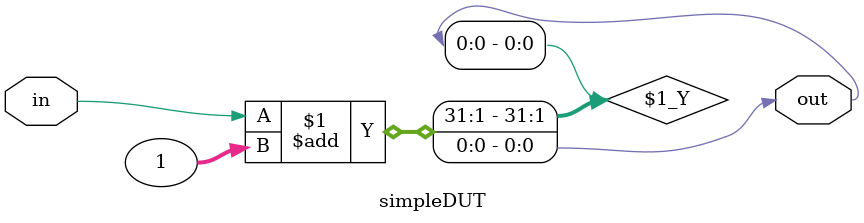
<source format=v>
module simpleDUT (
  input wire in,
  output wire out
);

  reg [31:0] memory[15:0]; // a 16*32 memory
  assign out=in+1;
  
endmodule

</source>
